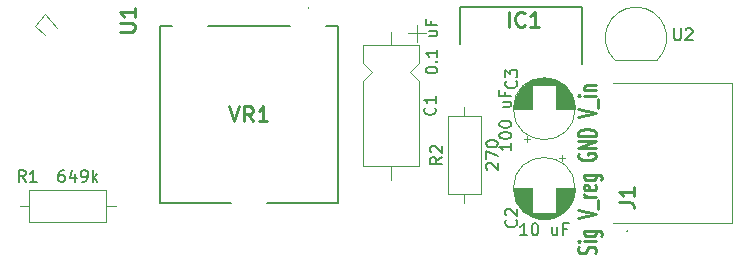
<source format=gbr>
%TF.GenerationSoftware,KiCad,Pcbnew,(6.0.7)*%
%TF.CreationDate,2022-09-16T11:39:32+01:00*%
%TF.ProjectId,gas sniffer,67617320-736e-4696-9666-65722e6b6963,rev?*%
%TF.SameCoordinates,Original*%
%TF.FileFunction,Legend,Top*%
%TF.FilePolarity,Positive*%
%FSLAX46Y46*%
G04 Gerber Fmt 4.6, Leading zero omitted, Abs format (unit mm)*
G04 Created by KiCad (PCBNEW (6.0.7)) date 2022-09-16 11:39:32*
%MOMM*%
%LPD*%
G01*
G04 APERTURE LIST*
%ADD10C,0.250000*%
%ADD11C,0.254000*%
%ADD12C,0.150000*%
%ADD13C,0.100000*%
%ADD14C,0.200000*%
%ADD15C,0.120000*%
G04 APERTURE END LIST*
D10*
X63807142Y-34992857D02*
X63878571Y-34850000D01*
X63878571Y-34611904D01*
X63807142Y-34516666D01*
X63735714Y-34469047D01*
X63592857Y-34421428D01*
X63450000Y-34421428D01*
X63307142Y-34469047D01*
X63235714Y-34516666D01*
X63164285Y-34611904D01*
X63092857Y-34802380D01*
X63021428Y-34897619D01*
X62950000Y-34945238D01*
X62807142Y-34992857D01*
X62664285Y-34992857D01*
X62521428Y-34945238D01*
X62450000Y-34897619D01*
X62378571Y-34802380D01*
X62378571Y-34564285D01*
X62450000Y-34421428D01*
X63878571Y-33992857D02*
X62878571Y-33992857D01*
X62378571Y-33992857D02*
X62450000Y-34040476D01*
X62521428Y-33992857D01*
X62450000Y-33945238D01*
X62378571Y-33992857D01*
X62521428Y-33992857D01*
X62878571Y-33088095D02*
X64092857Y-33088095D01*
X64235714Y-33135714D01*
X64307142Y-33183333D01*
X64378571Y-33278571D01*
X64378571Y-33421428D01*
X64307142Y-33516666D01*
X63807142Y-33088095D02*
X63878571Y-33183333D01*
X63878571Y-33373809D01*
X63807142Y-33469047D01*
X63735714Y-33516666D01*
X63592857Y-33564285D01*
X63164285Y-33564285D01*
X63021428Y-33516666D01*
X62950000Y-33469047D01*
X62878571Y-33373809D01*
X62878571Y-33183333D01*
X62950000Y-33088095D01*
X62378571Y-31992857D02*
X63878571Y-31659523D01*
X62378571Y-31326190D01*
X64021428Y-31230952D02*
X64021428Y-30469047D01*
X63878571Y-30230952D02*
X62878571Y-30230952D01*
X63164285Y-30230952D02*
X63021428Y-30183333D01*
X62950000Y-30135714D01*
X62878571Y-30040476D01*
X62878571Y-29945238D01*
X63807142Y-29230952D02*
X63878571Y-29326190D01*
X63878571Y-29516666D01*
X63807142Y-29611904D01*
X63664285Y-29659523D01*
X63092857Y-29659523D01*
X62950000Y-29611904D01*
X62878571Y-29516666D01*
X62878571Y-29326190D01*
X62950000Y-29230952D01*
X63092857Y-29183333D01*
X63235714Y-29183333D01*
X63378571Y-29659523D01*
X62878571Y-28326190D02*
X64092857Y-28326190D01*
X64235714Y-28373809D01*
X64307142Y-28421428D01*
X64378571Y-28516666D01*
X64378571Y-28659523D01*
X64307142Y-28754761D01*
X63807142Y-28326190D02*
X63878571Y-28421428D01*
X63878571Y-28611904D01*
X63807142Y-28707142D01*
X63735714Y-28754761D01*
X63592857Y-28802380D01*
X63164285Y-28802380D01*
X63021428Y-28754761D01*
X62950000Y-28707142D01*
X62878571Y-28611904D01*
X62878571Y-28421428D01*
X62950000Y-28326190D01*
X62450000Y-26564285D02*
X62378571Y-26659523D01*
X62378571Y-26802380D01*
X62450000Y-26945238D01*
X62592857Y-27040476D01*
X62735714Y-27088095D01*
X63021428Y-27135714D01*
X63235714Y-27135714D01*
X63521428Y-27088095D01*
X63664285Y-27040476D01*
X63807142Y-26945238D01*
X63878571Y-26802380D01*
X63878571Y-26707142D01*
X63807142Y-26564285D01*
X63735714Y-26516666D01*
X63235714Y-26516666D01*
X63235714Y-26707142D01*
X63878571Y-26088095D02*
X62378571Y-26088095D01*
X63878571Y-25516666D01*
X62378571Y-25516666D01*
X63878571Y-25040476D02*
X62378571Y-25040476D01*
X62378571Y-24802380D01*
X62450000Y-24659523D01*
X62592857Y-24564285D01*
X62735714Y-24516666D01*
X63021428Y-24469047D01*
X63235714Y-24469047D01*
X63521428Y-24516666D01*
X63664285Y-24564285D01*
X63807142Y-24659523D01*
X63878571Y-24802380D01*
X63878571Y-25040476D01*
X62378571Y-23421428D02*
X63878571Y-23088095D01*
X62378571Y-22754761D01*
X64021428Y-22659523D02*
X64021428Y-21897619D01*
X63878571Y-21659523D02*
X62878571Y-21659523D01*
X62378571Y-21659523D02*
X62450000Y-21707142D01*
X62521428Y-21659523D01*
X62450000Y-21611904D01*
X62378571Y-21659523D01*
X62521428Y-21659523D01*
X62878571Y-21183333D02*
X63878571Y-21183333D01*
X63021428Y-21183333D02*
X62950000Y-21135714D01*
X62878571Y-21040476D01*
X62878571Y-20897619D01*
X62950000Y-20802380D01*
X63092857Y-20754761D01*
X63878571Y-20754761D01*
D11*
X32836904Y-22554523D02*
X33260238Y-23824523D01*
X33683571Y-22554523D01*
X34832619Y-23824523D02*
X34409285Y-23219761D01*
X34106904Y-23824523D02*
X34106904Y-22554523D01*
X34590714Y-22554523D01*
X34711666Y-22615000D01*
X34772142Y-22675476D01*
X34832619Y-22796428D01*
X34832619Y-22977857D01*
X34772142Y-23098809D01*
X34711666Y-23159285D01*
X34590714Y-23219761D01*
X34106904Y-23219761D01*
X36042142Y-23824523D02*
X35316428Y-23824523D01*
X35679285Y-23824523D02*
X35679285Y-22554523D01*
X35558333Y-22735952D01*
X35437380Y-22856904D01*
X35316428Y-22917380D01*
D12*
X70488095Y-15952380D02*
X70488095Y-16761904D01*
X70535714Y-16857142D01*
X70583333Y-16904761D01*
X70678571Y-16952380D01*
X70869047Y-16952380D01*
X70964285Y-16904761D01*
X71011904Y-16857142D01*
X71059523Y-16761904D01*
X71059523Y-15952380D01*
X71488095Y-16047619D02*
X71535714Y-16000000D01*
X71630952Y-15952380D01*
X71869047Y-15952380D01*
X71964285Y-16000000D01*
X72011904Y-16047619D01*
X72059523Y-16142857D01*
X72059523Y-16238095D01*
X72011904Y-16380952D01*
X71440476Y-16952380D01*
X72059523Y-16952380D01*
D11*
X23554523Y-16217619D02*
X24582619Y-16217619D01*
X24703571Y-16157142D01*
X24764047Y-16096666D01*
X24824523Y-15975714D01*
X24824523Y-15733809D01*
X24764047Y-15612857D01*
X24703571Y-15552380D01*
X24582619Y-15491904D01*
X23554523Y-15491904D01*
X24824523Y-14221904D02*
X24824523Y-14947619D01*
X24824523Y-14584761D02*
X23554523Y-14584761D01*
X23735952Y-14705714D01*
X23856904Y-14826666D01*
X23917380Y-14947619D01*
D12*
X50832380Y-26836666D02*
X50356190Y-27170000D01*
X50832380Y-27408095D02*
X49832380Y-27408095D01*
X49832380Y-27027142D01*
X49880000Y-26931904D01*
X49927619Y-26884285D01*
X50022857Y-26836666D01*
X50165714Y-26836666D01*
X50260952Y-26884285D01*
X50308571Y-26931904D01*
X50356190Y-27027142D01*
X50356190Y-27408095D01*
X49927619Y-26455714D02*
X49880000Y-26408095D01*
X49832380Y-26312857D01*
X49832380Y-26074761D01*
X49880000Y-25979523D01*
X49927619Y-25931904D01*
X50022857Y-25884285D01*
X50118095Y-25884285D01*
X50260952Y-25931904D01*
X50832380Y-26503333D01*
X50832380Y-25884285D01*
X54667619Y-27908095D02*
X54620000Y-27860476D01*
X54572380Y-27765238D01*
X54572380Y-27527142D01*
X54620000Y-27431904D01*
X54667619Y-27384285D01*
X54762857Y-27336666D01*
X54858095Y-27336666D01*
X55000952Y-27384285D01*
X55572380Y-27955714D01*
X55572380Y-27336666D01*
X54572380Y-27003333D02*
X54572380Y-26336666D01*
X55572380Y-26765238D01*
X54572380Y-25765238D02*
X54572380Y-25670000D01*
X54620000Y-25574761D01*
X54667619Y-25527142D01*
X54762857Y-25479523D01*
X54953333Y-25431904D01*
X55191428Y-25431904D01*
X55381904Y-25479523D01*
X55477142Y-25527142D01*
X55524761Y-25574761D01*
X55572380Y-25670000D01*
X55572380Y-25765238D01*
X55524761Y-25860476D01*
X55477142Y-25908095D01*
X55381904Y-25955714D01*
X55191428Y-26003333D01*
X54953333Y-26003333D01*
X54762857Y-25955714D01*
X54667619Y-25908095D01*
X54620000Y-25860476D01*
X54572380Y-25765238D01*
X15583333Y-28952380D02*
X15250000Y-28476190D01*
X15011904Y-28952380D02*
X15011904Y-27952380D01*
X15392857Y-27952380D01*
X15488095Y-28000000D01*
X15535714Y-28047619D01*
X15583333Y-28142857D01*
X15583333Y-28285714D01*
X15535714Y-28380952D01*
X15488095Y-28428571D01*
X15392857Y-28476190D01*
X15011904Y-28476190D01*
X16535714Y-28952380D02*
X15964285Y-28952380D01*
X16250000Y-28952380D02*
X16250000Y-27952380D01*
X16154761Y-28095238D01*
X16059523Y-28190476D01*
X15964285Y-28238095D01*
X18833333Y-27952380D02*
X18642857Y-27952380D01*
X18547619Y-28000000D01*
X18500000Y-28047619D01*
X18404761Y-28190476D01*
X18357142Y-28380952D01*
X18357142Y-28761904D01*
X18404761Y-28857142D01*
X18452380Y-28904761D01*
X18547619Y-28952380D01*
X18738095Y-28952380D01*
X18833333Y-28904761D01*
X18880952Y-28857142D01*
X18928571Y-28761904D01*
X18928571Y-28523809D01*
X18880952Y-28428571D01*
X18833333Y-28380952D01*
X18738095Y-28333333D01*
X18547619Y-28333333D01*
X18452380Y-28380952D01*
X18404761Y-28428571D01*
X18357142Y-28523809D01*
X19785714Y-28285714D02*
X19785714Y-28952380D01*
X19547619Y-27904761D02*
X19309523Y-28619047D01*
X19928571Y-28619047D01*
X20357142Y-28952380D02*
X20547619Y-28952380D01*
X20642857Y-28904761D01*
X20690476Y-28857142D01*
X20785714Y-28714285D01*
X20833333Y-28523809D01*
X20833333Y-28142857D01*
X20785714Y-28047619D01*
X20738095Y-28000000D01*
X20642857Y-27952380D01*
X20452380Y-27952380D01*
X20357142Y-28000000D01*
X20309523Y-28047619D01*
X20261904Y-28142857D01*
X20261904Y-28380952D01*
X20309523Y-28476190D01*
X20357142Y-28523809D01*
X20452380Y-28571428D01*
X20642857Y-28571428D01*
X20738095Y-28523809D01*
X20785714Y-28476190D01*
X20833333Y-28380952D01*
X21261904Y-28952380D02*
X21261904Y-27952380D01*
X21357142Y-28571428D02*
X21642857Y-28952380D01*
X21642857Y-28285714D02*
X21261904Y-28666666D01*
D11*
X65804523Y-30673333D02*
X66711666Y-30673333D01*
X66893095Y-30733809D01*
X67014047Y-30854761D01*
X67074523Y-31036190D01*
X67074523Y-31157142D01*
X67074523Y-29403333D02*
X67074523Y-30129047D01*
X67074523Y-29766190D02*
X65804523Y-29766190D01*
X65985952Y-29887142D01*
X66106904Y-30008095D01*
X66167380Y-30129047D01*
X56510238Y-15824523D02*
X56510238Y-14554523D01*
X57840714Y-15703571D02*
X57780238Y-15764047D01*
X57598809Y-15824523D01*
X57477857Y-15824523D01*
X57296428Y-15764047D01*
X57175476Y-15643095D01*
X57115000Y-15522142D01*
X57054523Y-15280238D01*
X57054523Y-15098809D01*
X57115000Y-14856904D01*
X57175476Y-14735952D01*
X57296428Y-14615000D01*
X57477857Y-14554523D01*
X57598809Y-14554523D01*
X57780238Y-14615000D01*
X57840714Y-14675476D01*
X59050238Y-15824523D02*
X58324523Y-15824523D01*
X58687380Y-15824523D02*
X58687380Y-14554523D01*
X58566428Y-14735952D01*
X58445476Y-14856904D01*
X58324523Y-14917380D01*
D12*
X57107142Y-20416666D02*
X57154761Y-20464285D01*
X57202380Y-20607142D01*
X57202380Y-20702380D01*
X57154761Y-20845238D01*
X57059523Y-20940476D01*
X56964285Y-20988095D01*
X56773809Y-21035714D01*
X56630952Y-21035714D01*
X56440476Y-20988095D01*
X56345238Y-20940476D01*
X56250000Y-20845238D01*
X56202380Y-20702380D01*
X56202380Y-20607142D01*
X56250000Y-20464285D01*
X56297619Y-20416666D01*
X56202380Y-20083333D02*
X56202380Y-19464285D01*
X56583333Y-19797619D01*
X56583333Y-19654761D01*
X56630952Y-19559523D01*
X56678571Y-19511904D01*
X56773809Y-19464285D01*
X57011904Y-19464285D01*
X57107142Y-19511904D01*
X57154761Y-19559523D01*
X57202380Y-19654761D01*
X57202380Y-19940476D01*
X57154761Y-20035714D01*
X57107142Y-20083333D01*
X56702380Y-25678571D02*
X56702380Y-26250000D01*
X56702380Y-25964285D02*
X55702380Y-25964285D01*
X55845238Y-26059523D01*
X55940476Y-26154761D01*
X55988095Y-26250000D01*
X55702380Y-25059523D02*
X55702380Y-24964285D01*
X55750000Y-24869047D01*
X55797619Y-24821428D01*
X55892857Y-24773809D01*
X56083333Y-24726190D01*
X56321428Y-24726190D01*
X56511904Y-24773809D01*
X56607142Y-24821428D01*
X56654761Y-24869047D01*
X56702380Y-24964285D01*
X56702380Y-25059523D01*
X56654761Y-25154761D01*
X56607142Y-25202380D01*
X56511904Y-25250000D01*
X56321428Y-25297619D01*
X56083333Y-25297619D01*
X55892857Y-25250000D01*
X55797619Y-25202380D01*
X55750000Y-25154761D01*
X55702380Y-25059523D01*
X55702380Y-24107142D02*
X55702380Y-24011904D01*
X55750000Y-23916666D01*
X55797619Y-23869047D01*
X55892857Y-23821428D01*
X56083333Y-23773809D01*
X56321428Y-23773809D01*
X56511904Y-23821428D01*
X56607142Y-23869047D01*
X56654761Y-23916666D01*
X56702380Y-24011904D01*
X56702380Y-24107142D01*
X56654761Y-24202380D01*
X56607142Y-24250000D01*
X56511904Y-24297619D01*
X56321428Y-24345238D01*
X56083333Y-24345238D01*
X55892857Y-24297619D01*
X55797619Y-24250000D01*
X55750000Y-24202380D01*
X55702380Y-24107142D01*
X56035714Y-22154761D02*
X56702380Y-22154761D01*
X56035714Y-22583333D02*
X56559523Y-22583333D01*
X56654761Y-22535714D01*
X56702380Y-22440476D01*
X56702380Y-22297619D01*
X56654761Y-22202380D01*
X56607142Y-22154761D01*
X56178571Y-21345238D02*
X56178571Y-21678571D01*
X56702380Y-21678571D02*
X55702380Y-21678571D01*
X55702380Y-21202380D01*
X57107142Y-32166666D02*
X57154761Y-32214285D01*
X57202380Y-32357142D01*
X57202380Y-32452380D01*
X57154761Y-32595238D01*
X57059523Y-32690476D01*
X56964285Y-32738095D01*
X56773809Y-32785714D01*
X56630952Y-32785714D01*
X56440476Y-32738095D01*
X56345238Y-32690476D01*
X56250000Y-32595238D01*
X56202380Y-32452380D01*
X56202380Y-32357142D01*
X56250000Y-32214285D01*
X56297619Y-32166666D01*
X56297619Y-31785714D02*
X56250000Y-31738095D01*
X56202380Y-31642857D01*
X56202380Y-31404761D01*
X56250000Y-31309523D01*
X56297619Y-31261904D01*
X56392857Y-31214285D01*
X56488095Y-31214285D01*
X56630952Y-31261904D01*
X57202380Y-31833333D01*
X57202380Y-31214285D01*
X58047619Y-33452380D02*
X57476190Y-33452380D01*
X57761904Y-33452380D02*
X57761904Y-32452380D01*
X57666666Y-32595238D01*
X57571428Y-32690476D01*
X57476190Y-32738095D01*
X58666666Y-32452380D02*
X58761904Y-32452380D01*
X58857142Y-32500000D01*
X58904761Y-32547619D01*
X58952380Y-32642857D01*
X59000000Y-32833333D01*
X59000000Y-33071428D01*
X58952380Y-33261904D01*
X58904761Y-33357142D01*
X58857142Y-33404761D01*
X58761904Y-33452380D01*
X58666666Y-33452380D01*
X58571428Y-33404761D01*
X58523809Y-33357142D01*
X58476190Y-33261904D01*
X58428571Y-33071428D01*
X58428571Y-32833333D01*
X58476190Y-32642857D01*
X58523809Y-32547619D01*
X58571428Y-32500000D01*
X58666666Y-32452380D01*
X60619047Y-32785714D02*
X60619047Y-33452380D01*
X60190476Y-32785714D02*
X60190476Y-33309523D01*
X60238095Y-33404761D01*
X60333333Y-33452380D01*
X60476190Y-33452380D01*
X60571428Y-33404761D01*
X60619047Y-33357142D01*
X61428571Y-32928571D02*
X61095238Y-32928571D01*
X61095238Y-33452380D02*
X61095238Y-32452380D01*
X61571428Y-32452380D01*
X50227142Y-22666666D02*
X50274761Y-22714285D01*
X50322380Y-22857142D01*
X50322380Y-22952380D01*
X50274761Y-23095238D01*
X50179523Y-23190476D01*
X50084285Y-23238095D01*
X49893809Y-23285714D01*
X49750952Y-23285714D01*
X49560476Y-23238095D01*
X49465238Y-23190476D01*
X49370000Y-23095238D01*
X49322380Y-22952380D01*
X49322380Y-22857142D01*
X49370000Y-22714285D01*
X49417619Y-22666666D01*
X50322380Y-21714285D02*
X50322380Y-22285714D01*
X50322380Y-22000000D02*
X49322380Y-22000000D01*
X49465238Y-22095238D01*
X49560476Y-22190476D01*
X49608095Y-22285714D01*
X49452380Y-19523809D02*
X49452380Y-19428571D01*
X49500000Y-19333333D01*
X49547619Y-19285714D01*
X49642857Y-19238095D01*
X49833333Y-19190476D01*
X50071428Y-19190476D01*
X50261904Y-19238095D01*
X50357142Y-19285714D01*
X50404761Y-19333333D01*
X50452380Y-19428571D01*
X50452380Y-19523809D01*
X50404761Y-19619047D01*
X50357142Y-19666666D01*
X50261904Y-19714285D01*
X50071428Y-19761904D01*
X49833333Y-19761904D01*
X49642857Y-19714285D01*
X49547619Y-19666666D01*
X49500000Y-19619047D01*
X49452380Y-19523809D01*
X50357142Y-18761904D02*
X50404761Y-18714285D01*
X50452380Y-18761904D01*
X50404761Y-18809523D01*
X50357142Y-18761904D01*
X50452380Y-18761904D01*
X50452380Y-17761904D02*
X50452380Y-18333333D01*
X50452380Y-18047619D02*
X49452380Y-18047619D01*
X49595238Y-18142857D01*
X49690476Y-18238095D01*
X49738095Y-18333333D01*
X49785714Y-16142857D02*
X50452380Y-16142857D01*
X49785714Y-16571428D02*
X50309523Y-16571428D01*
X50404761Y-16523809D01*
X50452380Y-16428571D01*
X50452380Y-16285714D01*
X50404761Y-16190476D01*
X50357142Y-16142857D01*
X49928571Y-15333333D02*
X49928571Y-15666666D01*
X50452380Y-15666666D02*
X49452380Y-15666666D01*
X49452380Y-15190476D01*
D13*
X39500000Y-14250000D02*
G75*
G03*
X39500000Y-14150000I0J50000D01*
G01*
X39500000Y-14150000D02*
G75*
G03*
X39500000Y-14250000I0J-50000D01*
G01*
X39500000Y-14250000D02*
X39500000Y-14250000D01*
X39500000Y-14150000D02*
X39500000Y-14150000D01*
D14*
X38000000Y-15750000D02*
X31000000Y-15750000D01*
X27000000Y-30750000D02*
X33000000Y-30750000D01*
X27000000Y-15750000D02*
X27000000Y-30750000D01*
X28000000Y-15750000D02*
X27000000Y-15750000D01*
X42000000Y-30750000D02*
X36000000Y-30750000D01*
X42000000Y-15750000D02*
X42000000Y-30750000D01*
X41000000Y-15750000D02*
X42000000Y-15750000D01*
D15*
X69108478Y-18588478D02*
G75*
G03*
X67270000Y-14150000I-1838478J1838478D01*
G01*
X67270000Y-14149999D02*
G75*
G03*
X65431522Y-18588478I0J-2600001D01*
G01*
X65470000Y-18600000D02*
X69070000Y-18600000D01*
D13*
X17210000Y-14740000D02*
X18210000Y-15940000D01*
X16410000Y-15718000D02*
X17210000Y-14740000D01*
X17210000Y-16540000D02*
X16410000Y-15718000D01*
D15*
X52750000Y-22630000D02*
X52750000Y-23400000D01*
X52750000Y-30710000D02*
X52750000Y-29940000D01*
X51380000Y-23400000D02*
X51380000Y-29940000D01*
X54120000Y-23400000D02*
X51380000Y-23400000D01*
X54120000Y-29940000D02*
X54120000Y-23400000D01*
X51380000Y-29940000D02*
X54120000Y-29940000D01*
X15130000Y-31000000D02*
X15900000Y-31000000D01*
X23210000Y-31000000D02*
X22440000Y-31000000D01*
X15900000Y-32370000D02*
X22440000Y-32370000D01*
X15900000Y-29630000D02*
X15900000Y-32370000D01*
X22440000Y-29630000D02*
X15900000Y-29630000D01*
X22440000Y-32370000D02*
X22440000Y-29630000D01*
D14*
X66550000Y-33100000D02*
G75*
G03*
X66550000Y-33100000I-50000J0D01*
G01*
D13*
X75400000Y-32450000D02*
X65300000Y-32450000D01*
X75400000Y-20550000D02*
X75400000Y-32450000D01*
X65300000Y-20550000D02*
X75400000Y-20550000D01*
D14*
X52400000Y-14140000D02*
X52400000Y-17250000D01*
X62680000Y-14140000D02*
X52400000Y-14140000D01*
X62680000Y-18960000D02*
X62680000Y-14140000D01*
D15*
X57775000Y-25304775D02*
X58275000Y-25304775D01*
X58025000Y-25554775D02*
X58025000Y-25054775D01*
X59216000Y-20149000D02*
X59784000Y-20149000D01*
X58982000Y-20189000D02*
X60018000Y-20189000D01*
X58823000Y-20229000D02*
X60177000Y-20229000D01*
X58695000Y-20269000D02*
X60305000Y-20269000D01*
X58585000Y-20309000D02*
X60415000Y-20309000D01*
X58489000Y-20349000D02*
X60511000Y-20349000D01*
X58402000Y-20389000D02*
X60598000Y-20389000D01*
X58322000Y-20429000D02*
X60678000Y-20429000D01*
X58249000Y-20469000D02*
X60751000Y-20469000D01*
X58181000Y-20509000D02*
X60819000Y-20509000D01*
X58117000Y-20549000D02*
X60883000Y-20549000D01*
X58057000Y-20589000D02*
X60943000Y-20589000D01*
X58000000Y-20629000D02*
X61000000Y-20629000D01*
X57946000Y-20669000D02*
X61054000Y-20669000D01*
X57895000Y-20709000D02*
X61105000Y-20709000D01*
X60540000Y-20749000D02*
X61153000Y-20749000D01*
X57847000Y-20749000D02*
X58460000Y-20749000D01*
X60540000Y-20789000D02*
X61199000Y-20789000D01*
X57801000Y-20789000D02*
X58460000Y-20789000D01*
X60540000Y-20829000D02*
X61243000Y-20829000D01*
X57757000Y-20829000D02*
X58460000Y-20829000D01*
X60540000Y-20869000D02*
X61285000Y-20869000D01*
X57715000Y-20869000D02*
X58460000Y-20869000D01*
X60540000Y-20909000D02*
X61326000Y-20909000D01*
X57674000Y-20909000D02*
X58460000Y-20909000D01*
X60540000Y-20949000D02*
X61364000Y-20949000D01*
X57636000Y-20949000D02*
X58460000Y-20949000D01*
X60540000Y-20989000D02*
X61401000Y-20989000D01*
X57599000Y-20989000D02*
X58460000Y-20989000D01*
X60540000Y-21029000D02*
X61437000Y-21029000D01*
X57563000Y-21029000D02*
X58460000Y-21029000D01*
X60540000Y-21069000D02*
X61471000Y-21069000D01*
X57529000Y-21069000D02*
X58460000Y-21069000D01*
X60540000Y-21109000D02*
X61504000Y-21109000D01*
X57496000Y-21109000D02*
X58460000Y-21109000D01*
X60540000Y-21149000D02*
X61535000Y-21149000D01*
X57465000Y-21149000D02*
X58460000Y-21149000D01*
X60540000Y-21189000D02*
X61565000Y-21189000D01*
X57435000Y-21189000D02*
X58460000Y-21189000D01*
X60540000Y-21229000D02*
X61595000Y-21229000D01*
X57405000Y-21229000D02*
X58460000Y-21229000D01*
X60540000Y-21269000D02*
X61622000Y-21269000D01*
X57378000Y-21269000D02*
X58460000Y-21269000D01*
X60540000Y-21309000D02*
X61649000Y-21309000D01*
X57351000Y-21309000D02*
X58460000Y-21309000D01*
X60540000Y-21349000D02*
X61675000Y-21349000D01*
X57325000Y-21349000D02*
X58460000Y-21349000D01*
X60540000Y-21389000D02*
X61700000Y-21389000D01*
X57300000Y-21389000D02*
X58460000Y-21389000D01*
X60540000Y-21429000D02*
X61724000Y-21429000D01*
X57276000Y-21429000D02*
X58460000Y-21429000D01*
X60540000Y-21469000D02*
X61747000Y-21469000D01*
X57253000Y-21469000D02*
X58460000Y-21469000D01*
X60540000Y-21509000D02*
X61768000Y-21509000D01*
X57232000Y-21509000D02*
X58460000Y-21509000D01*
X60540000Y-21549000D02*
X61790000Y-21549000D01*
X57210000Y-21549000D02*
X58460000Y-21549000D01*
X60540000Y-21589000D02*
X61810000Y-21589000D01*
X57190000Y-21589000D02*
X58460000Y-21589000D01*
X60540000Y-21629000D02*
X61829000Y-21629000D01*
X57171000Y-21629000D02*
X58460000Y-21629000D01*
X60540000Y-21669000D02*
X61848000Y-21669000D01*
X57152000Y-21669000D02*
X58460000Y-21669000D01*
X60540000Y-21709000D02*
X61865000Y-21709000D01*
X57135000Y-21709000D02*
X58460000Y-21709000D01*
X60540000Y-21749000D02*
X61882000Y-21749000D01*
X57118000Y-21749000D02*
X58460000Y-21749000D01*
X60540000Y-21789000D02*
X61898000Y-21789000D01*
X57102000Y-21789000D02*
X58460000Y-21789000D01*
X60540000Y-21829000D02*
X61914000Y-21829000D01*
X57086000Y-21829000D02*
X58460000Y-21829000D01*
X60540000Y-21869000D02*
X61928000Y-21869000D01*
X57072000Y-21869000D02*
X58460000Y-21869000D01*
X60540000Y-21909000D02*
X61942000Y-21909000D01*
X57058000Y-21909000D02*
X58460000Y-21909000D01*
X60540000Y-21949000D02*
X61955000Y-21949000D01*
X57045000Y-21949000D02*
X58460000Y-21949000D01*
X60540000Y-21989000D02*
X61968000Y-21989000D01*
X57032000Y-21989000D02*
X58460000Y-21989000D01*
X60540000Y-22029000D02*
X61980000Y-22029000D01*
X57020000Y-22029000D02*
X58460000Y-22029000D01*
X60540000Y-22070000D02*
X61991000Y-22070000D01*
X57009000Y-22070000D02*
X58460000Y-22070000D01*
X60540000Y-22110000D02*
X62001000Y-22110000D01*
X56999000Y-22110000D02*
X58460000Y-22110000D01*
X60540000Y-22150000D02*
X62011000Y-22150000D01*
X56989000Y-22150000D02*
X58460000Y-22150000D01*
X60540000Y-22190000D02*
X62020000Y-22190000D01*
X56980000Y-22190000D02*
X58460000Y-22190000D01*
X60540000Y-22230000D02*
X62028000Y-22230000D01*
X56972000Y-22230000D02*
X58460000Y-22230000D01*
X60540000Y-22270000D02*
X62036000Y-22270000D01*
X56964000Y-22270000D02*
X58460000Y-22270000D01*
X60540000Y-22310000D02*
X62043000Y-22310000D01*
X56957000Y-22310000D02*
X58460000Y-22310000D01*
X60540000Y-22350000D02*
X62050000Y-22350000D01*
X56950000Y-22350000D02*
X58460000Y-22350000D01*
X60540000Y-22390000D02*
X62056000Y-22390000D01*
X56944000Y-22390000D02*
X58460000Y-22390000D01*
X60540000Y-22430000D02*
X62061000Y-22430000D01*
X56939000Y-22430000D02*
X58460000Y-22430000D01*
X60540000Y-22470000D02*
X62065000Y-22470000D01*
X56935000Y-22470000D02*
X58460000Y-22470000D01*
X60540000Y-22510000D02*
X62069000Y-22510000D01*
X56931000Y-22510000D02*
X58460000Y-22510000D01*
X60540000Y-22550000D02*
X62073000Y-22550000D01*
X56927000Y-22550000D02*
X58460000Y-22550000D01*
X60540000Y-22590000D02*
X62076000Y-22590000D01*
X56924000Y-22590000D02*
X58460000Y-22590000D01*
X60540000Y-22630000D02*
X62078000Y-22630000D01*
X56922000Y-22630000D02*
X58460000Y-22630000D01*
X60540000Y-22670000D02*
X62079000Y-22670000D01*
X56921000Y-22670000D02*
X58460000Y-22670000D01*
X56920000Y-22710000D02*
X58460000Y-22710000D01*
X60540000Y-22710000D02*
X62080000Y-22710000D01*
X56920000Y-22750000D02*
X58460000Y-22750000D01*
X60540000Y-22750000D02*
X62080000Y-22750000D01*
X62120000Y-22750000D02*
G75*
G03*
X62120000Y-22750000I-2620000J0D01*
G01*
X61225000Y-26945225D02*
X60725000Y-26945225D01*
X60975000Y-26695225D02*
X60975000Y-27195225D01*
X59784000Y-32101000D02*
X59216000Y-32101000D01*
X60018000Y-32061000D02*
X58982000Y-32061000D01*
X60177000Y-32021000D02*
X58823000Y-32021000D01*
X60305000Y-31981000D02*
X58695000Y-31981000D01*
X60415000Y-31941000D02*
X58585000Y-31941000D01*
X60511000Y-31901000D02*
X58489000Y-31901000D01*
X60598000Y-31861000D02*
X58402000Y-31861000D01*
X60678000Y-31821000D02*
X58322000Y-31821000D01*
X60751000Y-31781000D02*
X58249000Y-31781000D01*
X60819000Y-31741000D02*
X58181000Y-31741000D01*
X60883000Y-31701000D02*
X58117000Y-31701000D01*
X60943000Y-31661000D02*
X58057000Y-31661000D01*
X61000000Y-31621000D02*
X58000000Y-31621000D01*
X61054000Y-31581000D02*
X57946000Y-31581000D01*
X61105000Y-31541000D02*
X57895000Y-31541000D01*
X58460000Y-31501000D02*
X57847000Y-31501000D01*
X61153000Y-31501000D02*
X60540000Y-31501000D01*
X58460000Y-31461000D02*
X57801000Y-31461000D01*
X61199000Y-31461000D02*
X60540000Y-31461000D01*
X58460000Y-31421000D02*
X57757000Y-31421000D01*
X61243000Y-31421000D02*
X60540000Y-31421000D01*
X58460000Y-31381000D02*
X57715000Y-31381000D01*
X61285000Y-31381000D02*
X60540000Y-31381000D01*
X58460000Y-31341000D02*
X57674000Y-31341000D01*
X61326000Y-31341000D02*
X60540000Y-31341000D01*
X58460000Y-31301000D02*
X57636000Y-31301000D01*
X61364000Y-31301000D02*
X60540000Y-31301000D01*
X58460000Y-31261000D02*
X57599000Y-31261000D01*
X61401000Y-31261000D02*
X60540000Y-31261000D01*
X58460000Y-31221000D02*
X57563000Y-31221000D01*
X61437000Y-31221000D02*
X60540000Y-31221000D01*
X58460000Y-31181000D02*
X57529000Y-31181000D01*
X61471000Y-31181000D02*
X60540000Y-31181000D01*
X58460000Y-31141000D02*
X57496000Y-31141000D01*
X61504000Y-31141000D02*
X60540000Y-31141000D01*
X58460000Y-31101000D02*
X57465000Y-31101000D01*
X61535000Y-31101000D02*
X60540000Y-31101000D01*
X58460000Y-31061000D02*
X57435000Y-31061000D01*
X61565000Y-31061000D02*
X60540000Y-31061000D01*
X58460000Y-31021000D02*
X57405000Y-31021000D01*
X61595000Y-31021000D02*
X60540000Y-31021000D01*
X58460000Y-30981000D02*
X57378000Y-30981000D01*
X61622000Y-30981000D02*
X60540000Y-30981000D01*
X58460000Y-30941000D02*
X57351000Y-30941000D01*
X61649000Y-30941000D02*
X60540000Y-30941000D01*
X58460000Y-30901000D02*
X57325000Y-30901000D01*
X61675000Y-30901000D02*
X60540000Y-30901000D01*
X58460000Y-30861000D02*
X57300000Y-30861000D01*
X61700000Y-30861000D02*
X60540000Y-30861000D01*
X58460000Y-30821000D02*
X57276000Y-30821000D01*
X61724000Y-30821000D02*
X60540000Y-30821000D01*
X58460000Y-30781000D02*
X57253000Y-30781000D01*
X61747000Y-30781000D02*
X60540000Y-30781000D01*
X58460000Y-30741000D02*
X57232000Y-30741000D01*
X61768000Y-30741000D02*
X60540000Y-30741000D01*
X58460000Y-30701000D02*
X57210000Y-30701000D01*
X61790000Y-30701000D02*
X60540000Y-30701000D01*
X58460000Y-30661000D02*
X57190000Y-30661000D01*
X61810000Y-30661000D02*
X60540000Y-30661000D01*
X58460000Y-30621000D02*
X57171000Y-30621000D01*
X61829000Y-30621000D02*
X60540000Y-30621000D01*
X58460000Y-30581000D02*
X57152000Y-30581000D01*
X61848000Y-30581000D02*
X60540000Y-30581000D01*
X58460000Y-30541000D02*
X57135000Y-30541000D01*
X61865000Y-30541000D02*
X60540000Y-30541000D01*
X58460000Y-30501000D02*
X57118000Y-30501000D01*
X61882000Y-30501000D02*
X60540000Y-30501000D01*
X58460000Y-30461000D02*
X57102000Y-30461000D01*
X61898000Y-30461000D02*
X60540000Y-30461000D01*
X58460000Y-30421000D02*
X57086000Y-30421000D01*
X61914000Y-30421000D02*
X60540000Y-30421000D01*
X58460000Y-30381000D02*
X57072000Y-30381000D01*
X61928000Y-30381000D02*
X60540000Y-30381000D01*
X58460000Y-30341000D02*
X57058000Y-30341000D01*
X61942000Y-30341000D02*
X60540000Y-30341000D01*
X58460000Y-30301000D02*
X57045000Y-30301000D01*
X61955000Y-30301000D02*
X60540000Y-30301000D01*
X58460000Y-30261000D02*
X57032000Y-30261000D01*
X61968000Y-30261000D02*
X60540000Y-30261000D01*
X58460000Y-30221000D02*
X57020000Y-30221000D01*
X61980000Y-30221000D02*
X60540000Y-30221000D01*
X58460000Y-30180000D02*
X57009000Y-30180000D01*
X61991000Y-30180000D02*
X60540000Y-30180000D01*
X58460000Y-30140000D02*
X56999000Y-30140000D01*
X62001000Y-30140000D02*
X60540000Y-30140000D01*
X58460000Y-30100000D02*
X56989000Y-30100000D01*
X62011000Y-30100000D02*
X60540000Y-30100000D01*
X58460000Y-30060000D02*
X56980000Y-30060000D01*
X62020000Y-30060000D02*
X60540000Y-30060000D01*
X58460000Y-30020000D02*
X56972000Y-30020000D01*
X62028000Y-30020000D02*
X60540000Y-30020000D01*
X58460000Y-29980000D02*
X56964000Y-29980000D01*
X62036000Y-29980000D02*
X60540000Y-29980000D01*
X58460000Y-29940000D02*
X56957000Y-29940000D01*
X62043000Y-29940000D02*
X60540000Y-29940000D01*
X58460000Y-29900000D02*
X56950000Y-29900000D01*
X62050000Y-29900000D02*
X60540000Y-29900000D01*
X58460000Y-29860000D02*
X56944000Y-29860000D01*
X62056000Y-29860000D02*
X60540000Y-29860000D01*
X58460000Y-29820000D02*
X56939000Y-29820000D01*
X62061000Y-29820000D02*
X60540000Y-29820000D01*
X58460000Y-29780000D02*
X56935000Y-29780000D01*
X62065000Y-29780000D02*
X60540000Y-29780000D01*
X58460000Y-29740000D02*
X56931000Y-29740000D01*
X62069000Y-29740000D02*
X60540000Y-29740000D01*
X58460000Y-29700000D02*
X56927000Y-29700000D01*
X62073000Y-29700000D02*
X60540000Y-29700000D01*
X58460000Y-29660000D02*
X56924000Y-29660000D01*
X62076000Y-29660000D02*
X60540000Y-29660000D01*
X58460000Y-29620000D02*
X56922000Y-29620000D01*
X62078000Y-29620000D02*
X60540000Y-29620000D01*
X58460000Y-29580000D02*
X56921000Y-29580000D01*
X62079000Y-29580000D02*
X60540000Y-29580000D01*
X62080000Y-29540000D02*
X60540000Y-29540000D01*
X58460000Y-29540000D02*
X56920000Y-29540000D01*
X62080000Y-29500000D02*
X60540000Y-29500000D01*
X58460000Y-29500000D02*
X56920000Y-29500000D01*
X62120000Y-29500000D02*
G75*
G03*
X62120000Y-29500000I-2620000J0D01*
G01*
X46500000Y-28760000D02*
X46500000Y-27620000D01*
X46500000Y-16240000D02*
X46500000Y-17380000D01*
X44130000Y-20380000D02*
X44130000Y-27620000D01*
X44880000Y-19630000D02*
X44130000Y-20380000D01*
X44130000Y-18880000D02*
X44880000Y-19630000D01*
X44130000Y-17380000D02*
X44130000Y-18880000D01*
X48870000Y-20380000D02*
X48870000Y-27620000D01*
X48120000Y-19630000D02*
X48870000Y-20380000D01*
X48870000Y-18880000D02*
X48120000Y-19630000D01*
X48870000Y-17380000D02*
X48870000Y-18880000D01*
X48870000Y-27620000D02*
X44130000Y-27620000D01*
X48870000Y-17380000D02*
X44130000Y-17380000D01*
X49450000Y-16380000D02*
X47950000Y-16380000D01*
X48700000Y-15630000D02*
X48700000Y-17130000D01*
M02*

</source>
